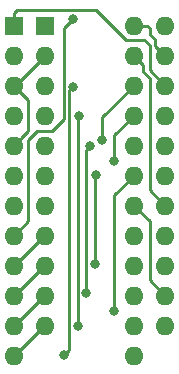
<source format=gbr>
G04 #@! TF.GenerationSoftware,KiCad,Pcbnew,(5.1.4)-1*
G04 #@! TF.CreationDate,2022-03-07T20:56:38-05:00*
G04 #@! TF.ProjectId,MB7074_to_MB7072,4d423730-3734-45f7-946f-5f4d42373037,rev?*
G04 #@! TF.SameCoordinates,Original*
G04 #@! TF.FileFunction,Copper,L1,Top*
G04 #@! TF.FilePolarity,Positive*
%FSLAX46Y46*%
G04 Gerber Fmt 4.6, Leading zero omitted, Abs format (unit mm)*
G04 Created by KiCad (PCBNEW (5.1.4)-1) date 2022-03-07 20:56:38*
%MOMM*%
%LPD*%
G04 APERTURE LIST*
%ADD10O,1.600000X1.600000*%
%ADD11R,1.600000X1.600000*%
%ADD12C,0.800000*%
%ADD13C,0.250000*%
G04 APERTURE END LIST*
D10*
X83335001Y-60575001D03*
X73175001Y-85975001D03*
X83335001Y-63115001D03*
X73175001Y-83435001D03*
X83335001Y-65655001D03*
X73175001Y-80895001D03*
X83335001Y-68195001D03*
X73175001Y-78355001D03*
X83335001Y-70735001D03*
X73175001Y-75815001D03*
X83335001Y-73275001D03*
X73175001Y-73275001D03*
X83335001Y-75815001D03*
X73175001Y-70735001D03*
X83335001Y-78355001D03*
X73175001Y-68195001D03*
X83335001Y-80895001D03*
X73175001Y-65655001D03*
X83335001Y-83435001D03*
X73175001Y-63115001D03*
X83335001Y-85975001D03*
D11*
X73175001Y-60575001D03*
D10*
X80660000Y-60575001D03*
X70500000Y-88515001D03*
X80660000Y-63115001D03*
X70500000Y-85975001D03*
X80660000Y-65655001D03*
X70500000Y-83435001D03*
X80660000Y-68195001D03*
X70500000Y-80895001D03*
X80660000Y-70735001D03*
X70500000Y-78355001D03*
X80660000Y-73275001D03*
X70500000Y-75815001D03*
X80660000Y-75815001D03*
X70500000Y-73275001D03*
X80660000Y-78355001D03*
X70500000Y-70735001D03*
X80660000Y-80895001D03*
X70500000Y-68195001D03*
X80660000Y-83435001D03*
X70500000Y-65655001D03*
X80660000Y-85975001D03*
X70500000Y-63115001D03*
X80660000Y-88515001D03*
D11*
X70500000Y-60575001D03*
D12*
X75500000Y-60000000D03*
X79000000Y-72000000D03*
X77375010Y-80750000D03*
X77500000Y-73250000D03*
X76650010Y-83250000D03*
X77000000Y-70750000D03*
X75925010Y-86000000D03*
X76000000Y-68250000D03*
X74750000Y-88500000D03*
X75500000Y-65750000D03*
X79000000Y-84750000D03*
X78000000Y-70250000D03*
D13*
X70500000Y-78355001D02*
X71750000Y-77105001D01*
X71750000Y-77105001D02*
X71750000Y-70250000D01*
X71750000Y-70250000D02*
X72500000Y-69500000D01*
X72500000Y-69500000D02*
X73535004Y-69500000D01*
X73535004Y-69500000D02*
X73750000Y-69500000D01*
X73750000Y-69500000D02*
X74750000Y-68500000D01*
X74750000Y-60750000D02*
X75500000Y-60000000D01*
X74750000Y-68500000D02*
X74750000Y-60750000D01*
X73040000Y-85975001D02*
X73175001Y-85975001D01*
X70500000Y-88515001D02*
X73040000Y-85975001D01*
X83200000Y-63115001D02*
X83335001Y-63115001D01*
X83335001Y-63115001D02*
X82500000Y-62280000D01*
X82500000Y-62280000D02*
X82500000Y-61750000D01*
X82500000Y-61750000D02*
X82000000Y-61250000D01*
X82000000Y-61250000D02*
X82000000Y-60750000D01*
X81825001Y-60575001D02*
X80660000Y-60575001D01*
X82000000Y-60750000D02*
X81825001Y-60575001D01*
X73040000Y-83435001D02*
X73175001Y-83435001D01*
X70500000Y-85975001D02*
X73040000Y-83435001D01*
X70750000Y-59250000D02*
X70500000Y-59500000D01*
X82000000Y-64320000D02*
X82000000Y-62250000D01*
X83335001Y-65655001D02*
X82000000Y-64320000D01*
X70500000Y-59500000D02*
X70500000Y-60575001D01*
X82000000Y-62250000D02*
X81500000Y-61750000D01*
X81500000Y-61750000D02*
X80000000Y-61750000D01*
X80000000Y-61750000D02*
X77500000Y-59250000D01*
X77500000Y-59250000D02*
X70750000Y-59250000D01*
X73040000Y-80895001D02*
X73175001Y-80895001D01*
X70500000Y-83435001D02*
X73040000Y-80895001D01*
X73040000Y-78355001D02*
X73175001Y-78355001D01*
X70500000Y-80895001D02*
X73040000Y-78355001D01*
X79000000Y-69855001D02*
X80660000Y-68195001D01*
X79000000Y-72000000D02*
X79000000Y-69855001D01*
X77375010Y-80750000D02*
X77375010Y-73374990D01*
X77375010Y-73374990D02*
X77500000Y-73250000D01*
X82000000Y-74480000D02*
X83335001Y-75815001D01*
X82000000Y-65000000D02*
X82000000Y-74480000D01*
X81459999Y-64459999D02*
X82000000Y-65000000D01*
X80660000Y-63115001D02*
X81459999Y-63915000D01*
X81459999Y-63915000D02*
X81459999Y-64459999D01*
X76650010Y-83250000D02*
X76650010Y-71099990D01*
X76650010Y-71099990D02*
X77000000Y-70750000D01*
X75925010Y-86000000D02*
X75925010Y-68324990D01*
X75925010Y-68324990D02*
X76000000Y-68250000D01*
X75200010Y-88049990D02*
X75200010Y-68686400D01*
X74750000Y-88500000D02*
X75200010Y-88049990D01*
X75200010Y-68686400D02*
X75200010Y-66049990D01*
X75200010Y-66049990D02*
X75500000Y-65750000D01*
X83335001Y-83435001D02*
X82000000Y-82100000D01*
X82000000Y-77155001D02*
X80660000Y-75815001D01*
X82000000Y-82100000D02*
X82000000Y-77155001D01*
X79000000Y-74935001D02*
X80660000Y-73275001D01*
X79000000Y-84750000D02*
X79000000Y-74935001D01*
X70635001Y-65655001D02*
X70500000Y-65655001D01*
X73175001Y-63115001D02*
X70635001Y-65655001D01*
X71299999Y-69935002D02*
X71314998Y-69935002D01*
X70500000Y-70735001D02*
X71299999Y-69935002D01*
X71314998Y-69935002D02*
X71750000Y-69500000D01*
X71750000Y-66905001D02*
X70500000Y-65655001D01*
X71750000Y-69500000D02*
X71750000Y-66905001D01*
X78000000Y-68315001D02*
X80660000Y-65655001D01*
X78000000Y-70250000D02*
X78000000Y-68315001D01*
M02*

</source>
